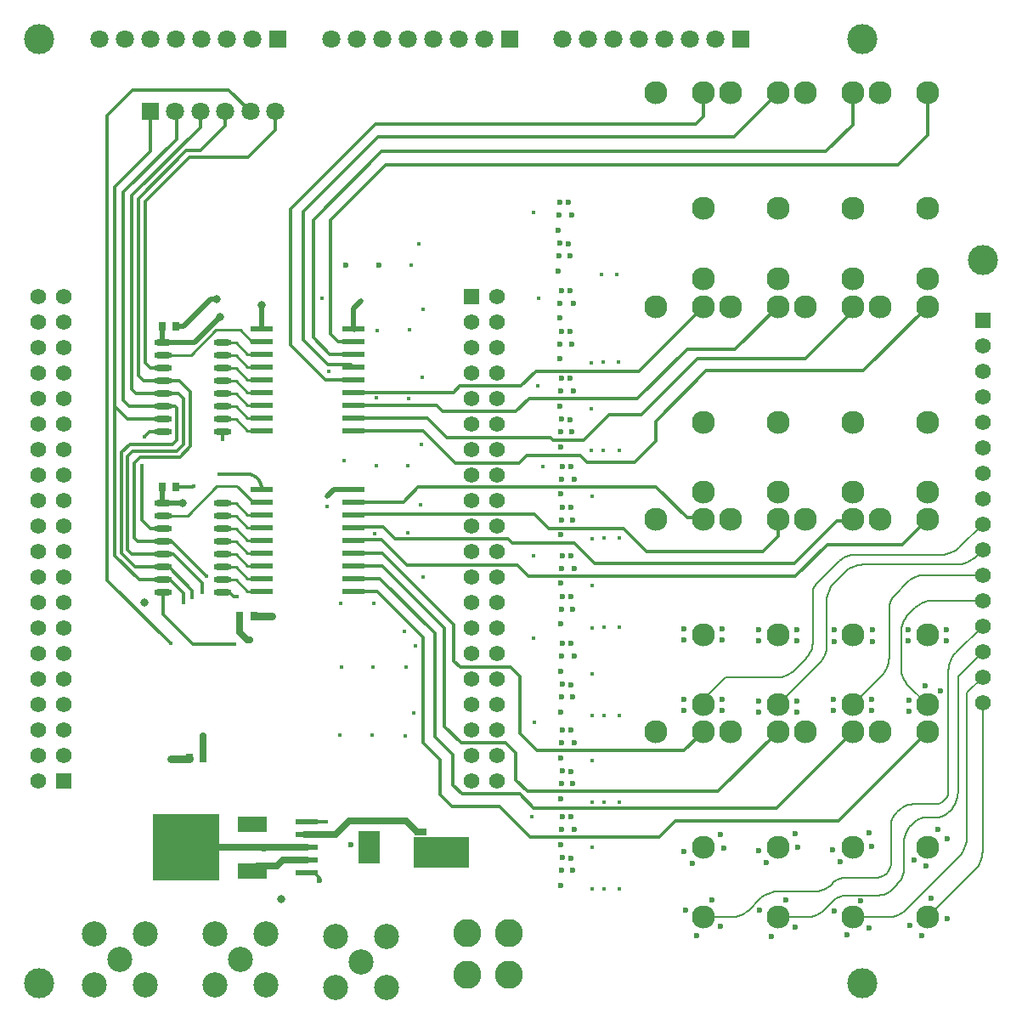
<source format=gbl>
G04*
G04 #@! TF.GenerationSoftware,Altium Limited,Altium Designer,20.0.2 (26)*
G04*
G04 Layer_Physical_Order=4*
G04 Layer_Color=16711680*
%FSLAX25Y25*%
%MOIN*%
G70*
G01*
G75*
%ADD10C,0.01000*%
%ADD18O,0.07079X0.02362*%
%ADD20R,0.03150X0.03543*%
%ADD22R,0.03150X0.03543*%
%ADD47C,0.01200*%
%ADD48C,0.00578*%
%ADD50C,0.02500*%
%ADD51C,0.03000*%
%ADD52C,0.02000*%
%ADD53C,0.09843*%
%ADD54C,0.06200*%
%ADD55R,0.06200X0.06200*%
%ADD56R,0.06200X0.06200*%
%ADD57C,0.09055*%
%ADD58C,0.11024*%
%ADD59R,0.07087X0.07087*%
%ADD60C,0.07087*%
%ADD61C,0.11811*%
%ADD62C,0.01772*%
%ADD63C,0.02362*%
%ADD64C,0.03150*%
%ADD65C,0.05000*%
%ADD67R,0.26378X0.26378*%
%ADD68R,0.11811X0.06299*%
%ADD69R,0.08500X0.02400*%
%ADD70R,0.02400X0.08500*%
%ADD71R,0.05000X0.02500*%
%ADD72R,0.09100X0.02400*%
G36*
X136919Y71228D02*
X145419D01*
Y58828D01*
X136919D01*
Y71228D01*
D02*
G37*
G36*
X180500Y68800D02*
Y57200D01*
X159017D01*
X158600Y57400D01*
Y68800D01*
X158800Y69000D01*
X180300D01*
X180500Y68800D01*
D02*
G37*
D10*
X90600Y267900D02*
X95000Y263500D01*
X81100Y267900D02*
X90600D01*
X71200Y258000D02*
X81100Y267900D01*
X60300Y258000D02*
X71200D01*
X89400Y206600D02*
X89500Y206500D01*
X81500Y206600D02*
X89400D01*
X60300Y195000D02*
X69900D01*
X81500Y206600D01*
X95000Y263500D02*
X99100D01*
X89500Y206500D02*
X89750D01*
X95750Y200500D01*
X99100D01*
X83700Y195000D02*
X89000D01*
X93500Y190500D01*
X89000Y190000D02*
X93500Y185500D01*
X83700Y190000D02*
X89000D01*
X93500Y165500D02*
X99100D01*
X89000Y170000D02*
X93500Y165500D01*
X83700Y170000D02*
X89000D01*
X93500Y170500D02*
X99100D01*
X89000Y175000D02*
X93500Y170500D01*
X83700Y175000D02*
X89000D01*
X93500Y175500D02*
X99100D01*
X89000Y180000D02*
X93500Y175500D01*
X83700Y180000D02*
X89000D01*
X93500Y180500D02*
X99100D01*
X89000Y185000D02*
X93500Y180500D01*
X83700Y185000D02*
X89000D01*
X93500Y185500D02*
X99100D01*
X93500Y190500D02*
X99100D01*
X93500Y195500D02*
X99100D01*
X89000Y200000D02*
X93500Y195500D01*
X83700Y200000D02*
X89000D01*
X93500Y228500D02*
X99100D01*
X89000Y233000D02*
X93500Y228500D01*
X83700Y233000D02*
X89000D01*
X93500Y233500D02*
X99100D01*
X89000Y238000D02*
X93500Y233500D01*
X83700Y238000D02*
X89000D01*
X83700Y243000D02*
X89000D01*
X93500Y238500D02*
X99100D01*
X89000Y243000D02*
X93500Y238500D01*
Y243500D02*
X99100D01*
X89000Y248000D02*
X93500Y243500D01*
X83700Y248000D02*
X89000D01*
X93500Y248500D02*
X99100D01*
X89000Y253000D02*
X93500Y248500D01*
X83700Y253000D02*
X89000D01*
X93500Y253500D02*
X99100D01*
X89000Y258000D02*
X93500Y253500D01*
X83700Y258000D02*
X89000D01*
X93500Y258500D02*
X99100D01*
X89000Y263000D02*
X93500Y258500D01*
X83700Y263000D02*
X89000D01*
D18*
X60300Y165000D02*
D03*
Y170000D02*
D03*
Y175000D02*
D03*
Y180000D02*
D03*
Y185000D02*
D03*
Y190000D02*
D03*
Y195000D02*
D03*
Y200000D02*
D03*
X83700Y165000D02*
D03*
Y170000D02*
D03*
Y175000D02*
D03*
Y180000D02*
D03*
Y185000D02*
D03*
Y190000D02*
D03*
Y195000D02*
D03*
Y200000D02*
D03*
X60300Y228000D02*
D03*
Y233000D02*
D03*
Y238000D02*
D03*
Y243000D02*
D03*
Y248000D02*
D03*
Y253000D02*
D03*
Y258000D02*
D03*
Y263000D02*
D03*
X83700Y228000D02*
D03*
Y233000D02*
D03*
Y238000D02*
D03*
Y243000D02*
D03*
Y248000D02*
D03*
Y253000D02*
D03*
Y258000D02*
D03*
Y263000D02*
D03*
D20*
X90444Y155700D02*
D03*
X76156Y100100D02*
D03*
X65511Y206500D02*
D03*
X65500Y269500D02*
D03*
D22*
X95956Y155700D02*
D03*
X70644Y100100D02*
D03*
X60000Y206500D02*
D03*
X59989Y269500D02*
D03*
D47*
X99100Y205500D02*
X99010Y206524D01*
X98744Y207518D01*
X98310Y208450D01*
X97720Y209293D01*
X96992Y210020D01*
X96150Y210610D01*
X95218Y211044D01*
X94225Y211310D01*
X93200Y211400D01*
X83700Y224900D02*
X83600Y225000D01*
X83700Y225100D01*
X82200Y211400D02*
X93200D01*
X83700Y225100D02*
Y228000D01*
X65561Y206450D02*
X72050D01*
X72200Y206600D01*
X38300Y169800D02*
Y352100D01*
Y169800D02*
X63200Y144900D01*
X48300Y362100D02*
X86071D01*
X38300Y352100D02*
X48300Y362100D01*
X86071D02*
X94568Y353603D01*
X104411Y346410D02*
Y353603D01*
X93700Y335700D02*
X104411Y346410D01*
X70700Y335700D02*
X93700D01*
X84725Y348025D02*
Y353603D01*
X75100Y338400D02*
X84725Y348025D01*
X69500Y338400D02*
X75100D01*
X74883Y347482D02*
Y353603D01*
X48000Y320600D02*
X74883Y347482D01*
X44800Y322100D02*
X65550Y342850D01*
X65040Y353603D02*
X65550Y353094D01*
Y342850D02*
Y353094D01*
X55190Y337989D02*
Y353597D01*
X41300Y324100D02*
X55190Y337989D01*
X87973Y163400D02*
X89500D01*
X83700Y165000D02*
X86373D01*
X87973Y163400D01*
X64400Y180000D02*
X75700Y168700D01*
Y164900D02*
Y168700D01*
X60300Y185000D02*
X63800D01*
X77400Y171400D01*
X60300Y180000D02*
X64400D01*
X71800Y163100D02*
Y165858D01*
X62658Y175000D02*
X71800Y165858D01*
X60300Y175000D02*
X62658D01*
X68300Y160900D02*
Y164673D01*
X62973Y170000D02*
X68300Y164673D01*
X60300Y170000D02*
X62973D01*
X72000Y144800D02*
X88400D01*
X60300Y156500D02*
X72000Y144800D01*
X60300Y156500D02*
Y165000D01*
X123900Y248500D02*
X134900D01*
X110300Y262100D02*
X123900Y248500D01*
X125000Y254500D02*
X133900D01*
X115300Y264200D02*
X125000Y254500D01*
X119200Y311200D02*
X145900Y337900D01*
X119200Y265100D02*
Y311200D01*
Y265100D02*
X125800Y258500D01*
X126100Y311100D02*
X147700Y332700D01*
X126100Y266500D02*
Y311100D01*
Y266500D02*
X129100Y263500D01*
X145000Y293300D02*
X145200Y293500D01*
X115300Y314400D02*
X144700Y343800D01*
X115300Y264200D02*
Y314400D01*
X110300Y315400D02*
X143700Y348800D01*
X110300Y262100D02*
Y315400D01*
X147700Y332700D02*
X348700D01*
X145900Y337900D02*
X320500D01*
X144700Y343800D02*
X284468D01*
X143700Y348800D02*
X269400D01*
X162500Y106000D02*
Y147300D01*
Y106000D02*
X169100Y99400D01*
Y85700D02*
Y99400D01*
Y85700D02*
X173600Y81200D01*
X144300Y165500D02*
X162500Y147300D01*
X221600Y184300D02*
X229600Y176300D01*
X197500Y184300D02*
X221600D01*
X195800Y186000D02*
X197500Y184300D01*
X133900Y254500D02*
X134900Y253500D01*
X129100Y263500D02*
X134900D01*
X121691Y52309D02*
X121800Y52200D01*
X121691Y52309D02*
Y53074D01*
X116686Y55028D02*
X119736D01*
X121691Y53074D01*
X116686Y75028D02*
X116722Y75064D01*
X124164D01*
X124200Y75100D01*
X83600Y164900D02*
X83700Y165000D01*
X65511Y206500D02*
X65561Y206450D01*
X55000Y228000D02*
X60300D01*
X52900Y225900D02*
X55000Y228000D01*
X52100Y193323D02*
Y214600D01*
Y193323D02*
X55423Y190000D01*
X60300D01*
Y248000D02*
X66700D01*
X71100Y243600D01*
X67000Y218200D02*
X71100Y222300D01*
Y243600D01*
X51300Y218200D02*
X67000D01*
X48900Y215800D02*
X51300Y218200D01*
X48900Y186500D02*
Y215800D01*
Y186500D02*
X50400Y185000D01*
X60300D01*
X68500Y223200D02*
Y240897D01*
X60300Y243000D02*
X66397D01*
X68500Y240897D01*
X65800Y220500D02*
X68500Y223200D01*
X48500Y220500D02*
X65800D01*
X46500Y218500D02*
X48500Y220500D01*
X46500Y181600D02*
Y218500D01*
Y181600D02*
X48100Y180000D01*
X60300D01*
X65800Y224700D02*
Y237297D01*
X60300Y238000D02*
X65097D01*
X65800Y237297D01*
X64100Y223000D02*
X65800Y224700D01*
X47200Y223000D02*
X64100D01*
X44100Y219900D02*
X47200Y223000D01*
X44100Y180400D02*
Y219900D01*
X41300Y179500D02*
Y238200D01*
X44100Y180400D02*
X49500Y175000D01*
X60300D01*
X41300Y179500D02*
X50900Y169900D01*
X60200D01*
X60300Y170000D01*
X53500Y318500D02*
X70700Y335700D01*
X53500Y254900D02*
Y318500D01*
Y254900D02*
X55400Y253000D01*
X60300D01*
X50600Y250200D02*
Y319500D01*
Y250200D02*
X52800Y248000D01*
X50600Y319500D02*
X69500Y338400D01*
X52800Y248000D02*
X60300D01*
X48000Y244800D02*
Y320600D01*
X49800Y243000D02*
X60300D01*
X48000Y244800D02*
X49800Y243000D01*
X44800Y240300D02*
Y322100D01*
Y240300D02*
X47100Y238000D01*
X60300D01*
X46500Y233000D02*
X60300D01*
X41300Y238200D02*
X46500Y233000D01*
X41300Y238200D02*
Y324100D01*
X269400Y348800D02*
X272403Y351803D01*
X272250Y360915D02*
X272403Y360762D01*
Y351803D02*
Y360762D01*
X284468Y343800D02*
X301583Y360915D01*
X320500Y337900D02*
X330917Y348317D01*
Y360915D01*
X360250Y344250D02*
Y360915D01*
X125800Y258500D02*
X134900D01*
X348700Y332700D02*
X360250Y344250D01*
X335012Y251900D02*
X360250Y277138D01*
X273400Y251900D02*
X335012D01*
X253700Y232200D02*
X273400Y251900D01*
X245300Y215900D02*
X253700Y224300D01*
Y232200D01*
X223900Y218600D02*
X226600Y215900D01*
X245300D01*
X175100Y215600D02*
X200100D01*
X203100Y218600D01*
X223900D01*
X162200Y228500D02*
X175100Y215600D01*
X134900Y228500D02*
X162200D01*
X330917Y275417D02*
Y277138D01*
X312200Y256700D02*
X330917Y275417D01*
X269900Y256700D02*
X312200D01*
X248000Y234800D02*
X269900Y256700D01*
X225200Y224700D02*
X235300Y234800D01*
X248000D01*
X213500Y224700D02*
X225200D01*
X212400Y225800D02*
X213500Y224700D01*
X171800Y225800D02*
X212400D01*
X164100Y233500D02*
X171800Y225800D01*
X134900Y233500D02*
X164100D01*
X284845Y260400D02*
X301583Y277138D01*
X265900Y260400D02*
X284845D01*
X246500Y241000D02*
X265900Y260400D01*
X203900Y241000D02*
X246500D01*
X198800Y235900D02*
X203900Y241000D01*
X170125Y235900D02*
X198800D01*
X134900Y238500D02*
X167525D01*
X170125Y235900D01*
X246965Y251853D02*
X272250Y277138D01*
X206753Y251853D02*
X246965D01*
X200800Y245900D02*
X206753Y251853D01*
X176800Y245900D02*
X200800D01*
X174400Y243500D02*
X176800Y245900D01*
X134900Y243500D02*
X174400D01*
X134900Y200500D02*
X154600D01*
X208700Y206400D02*
X208800Y206500D01*
X160500Y206400D02*
X208700D01*
X154600Y200500D02*
X160500Y206400D01*
X208800Y206500D02*
X253800D01*
X265922Y194378D01*
X271649D02*
X272250Y193777D01*
X265922Y194378D02*
X271649D01*
X240900Y190100D02*
X250000Y181000D01*
X211700Y190100D02*
X240900D01*
X250000Y181000D02*
X295600D01*
X301583Y186983D02*
Y193777D01*
X295600Y181000D02*
X301583Y186983D01*
X134900Y195500D02*
X135100Y195700D01*
X206100D01*
X211700Y190100D01*
X301207Y193400D02*
X301583Y193777D01*
X134900Y190500D02*
X135100Y190700D01*
X146600D01*
X151300Y186000D01*
X195800D01*
X229600Y176300D02*
X308000D01*
X324589Y192889D01*
X330029D02*
X330917Y193777D01*
X324589Y192889D02*
X330029D01*
X134900Y185500D02*
X135000Y185600D01*
X146100D01*
X156000Y175700D02*
X199400D01*
X146100Y185600D02*
X156000Y175700D01*
X199400D02*
X203800Y171300D01*
X308400D01*
X320900Y183800D01*
X350273D01*
X360250Y193777D01*
X134900Y165500D02*
X144300D01*
X192200Y81200D02*
X204200Y69200D01*
X173600Y81200D02*
X192200D01*
X204200Y69200D02*
X255000D01*
X261200Y75400D01*
X325235D01*
X360250Y110415D01*
X134900Y170500D02*
X145400D01*
X167000Y148900D01*
Y108500D02*
X174100Y101400D01*
X167000Y108500D02*
Y148900D01*
X174100Y89500D02*
Y101400D01*
Y89500D02*
X177700Y85900D01*
X200300D02*
X205800Y80400D01*
X177700Y85900D02*
X200300D01*
X205800Y80400D02*
X300902D01*
X330917Y110415D01*
X134900Y175500D02*
X146400D01*
X170800Y151100D01*
Y112400D02*
X177300Y105900D01*
X170800Y112400D02*
Y151100D01*
X194700Y105900D02*
X198700Y101900D01*
X177300Y105900D02*
X194700D01*
X198700Y91500D02*
Y101900D01*
Y91500D02*
X203300Y86900D01*
X278068D01*
X301583Y110415D01*
X176900Y135800D02*
X196700D01*
X174500Y138200D02*
X176900Y135800D01*
X174500Y138200D02*
Y152300D01*
X196700Y135800D02*
X200400Y132100D01*
X134900Y180500D02*
X135000Y180400D01*
X146400D01*
X174500Y152300D01*
X200400Y109700D02*
Y132100D01*
Y109700D02*
X207100Y103000D01*
X264835D01*
X272250Y110415D01*
D48*
X371429Y141390D02*
X370770Y140662D01*
X370185Y139874D01*
X369681Y139032D01*
X369261Y138145D01*
X368931Y137221D01*
X368692Y136269D01*
X368548Y135299D01*
X368500Y134318D01*
X363662Y82000D02*
X364810Y82151D01*
X365881Y82595D01*
X366800Y83300D01*
X367391Y83993D01*
X367867Y84769D01*
X368216Y85611D01*
X368428Y86496D01*
X368500Y87404D01*
X355542Y82000D02*
X354562Y81952D01*
X353591Y81808D01*
X352639Y81569D01*
X351715Y81239D01*
X350828Y80819D01*
X349986Y80315D01*
X349198Y79730D01*
X348471Y79071D01*
X347900Y78500D02*
X347239Y77726D01*
X346707Y76858D01*
X346318Y75918D01*
X346080Y74928D01*
X346000Y73913D01*
X344200Y54800D02*
X344826Y55533D01*
X345330Y56356D01*
X345699Y57247D01*
X345924Y58184D01*
X346000Y59146D01*
X339613Y52900D02*
X340628Y52980D01*
X341618Y53218D01*
X342558Y53607D01*
X343426Y54139D01*
X344200Y54800D01*
X323501Y51401D02*
X323500Y51400D01*
X327121Y52900D02*
X326122Y52802D01*
X325162Y52510D01*
X324277Y52037D01*
X323501Y51401D01*
X315558Y47600D02*
X316538Y47648D01*
X317509Y47792D01*
X318461Y48031D01*
X319385Y48361D01*
X320272Y48781D01*
X321114Y49285D01*
X321902Y49870D01*
X322629Y50529D01*
X301442Y47600D02*
X300462Y47552D01*
X299491Y47408D01*
X298539Y47169D01*
X297615Y46839D01*
X296728Y46419D01*
X295886Y45915D01*
X295098Y45330D01*
X294371Y44671D01*
X283143Y37585D02*
X284123Y37633D01*
X285094Y37777D01*
X286046Y38016D01*
X286970Y38346D01*
X287857Y38766D01*
X288699Y39270D01*
X289487Y39855D01*
X290214Y40514D01*
X372878Y132838D02*
X372376Y132086D01*
X372200Y131200D01*
X369271Y79471D02*
X369930Y80198D01*
X370515Y80986D01*
X371019Y81828D01*
X371439Y82715D01*
X371769Y83639D01*
X372008Y84591D01*
X372152Y85562D01*
X372200Y86542D01*
X363500Y76600D02*
X364595Y76686D01*
X365664Y76943D01*
X366679Y77363D01*
X367615Y77937D01*
X368451Y78651D01*
X355201Y75101D02*
X355200Y75100D01*
X358821Y76600D02*
X357822Y76502D01*
X356862Y76210D01*
X355977Y75737D01*
X355201Y75101D01*
X353858Y73758D02*
X353154Y72970D01*
X352543Y72109D01*
X352032Y71185D01*
X351628Y70210D01*
X351336Y69195D01*
X351159Y68154D01*
X351100Y67100D01*
X348171Y50171D02*
X348830Y50898D01*
X349415Y51686D01*
X349919Y52528D01*
X350339Y53415D01*
X350669Y54339D01*
X350908Y55291D01*
X351052Y56262D01*
X351100Y57242D01*
X340947Y46200D02*
X341972Y46267D01*
X342980Y46468D01*
X343952Y46798D01*
X344874Y47252D01*
X345728Y47823D01*
X346500Y48500D01*
X329035Y46200D02*
X328080Y46146D01*
X327136Y45986D01*
X326216Y45721D01*
X325332Y45355D01*
X324494Y44892D01*
X323714Y44338D01*
X323000Y43700D01*
X312743Y37585D02*
X313723Y37633D01*
X314694Y37777D01*
X315646Y38016D01*
X316570Y38346D01*
X317457Y38766D01*
X318299Y39270D01*
X319087Y39855D01*
X319814Y40514D01*
X375854Y125815D02*
X375600Y125200D01*
X372671Y61371D02*
X373330Y62098D01*
X373915Y62886D01*
X374419Y63728D01*
X374839Y64615D01*
X375169Y65539D01*
X375408Y66491D01*
X375552Y67462D01*
X375600Y68442D01*
X344743Y37585D02*
X345723Y37633D01*
X346694Y37777D01*
X347646Y38016D01*
X348570Y38346D01*
X349457Y38766D01*
X350299Y39270D01*
X351087Y39855D01*
X351814Y40514D01*
X378961Y56296D02*
X379620Y57023D01*
X380205Y57811D01*
X380709Y58653D01*
X381129Y59540D01*
X381459Y60464D01*
X381698Y61416D01*
X381842Y62387D01*
X381890Y63367D01*
X365697Y179800D02*
X366677Y179848D01*
X367648Y179992D01*
X368600Y180231D01*
X369524Y180561D01*
X370411Y180981D01*
X371253Y181485D01*
X372041Y182070D01*
X372768Y182729D01*
X332142Y179800D02*
X331162Y179752D01*
X330191Y179608D01*
X329239Y179369D01*
X328315Y179039D01*
X327428Y178619D01*
X326586Y178115D01*
X325798Y177530D01*
X325071Y176871D01*
X316600Y168400D02*
X315895Y167481D01*
X315451Y166410D01*
X315300Y165261D01*
X312371Y138871D02*
X313030Y139598D01*
X313615Y140386D01*
X314119Y141228D01*
X314539Y142115D01*
X314869Y143039D01*
X315108Y143991D01*
X315252Y144962D01*
X315300Y145942D01*
X300958Y131600D02*
X301938Y131648D01*
X302909Y131792D01*
X303861Y132031D01*
X304785Y132361D01*
X305672Y132781D01*
X306514Y133285D01*
X307302Y133870D01*
X308029Y134529D01*
X273667Y124367D02*
X273065Y123634D01*
X272618Y122798D01*
X272343Y121890D01*
X272250Y120947D01*
X371797Y175900D02*
X372777Y175948D01*
X373748Y176092D01*
X374700Y176331D01*
X375624Y176661D01*
X376511Y177081D01*
X377353Y177585D01*
X378141Y178170D01*
X378868Y178829D01*
X335042Y175900D02*
X334062Y175852D01*
X333091Y175708D01*
X332139Y175469D01*
X331215Y175139D01*
X330328Y174719D01*
X329486Y174215D01*
X328698Y173630D01*
X327971Y172971D01*
X323729Y168729D02*
X323070Y168002D01*
X322485Y167214D01*
X321981Y166372D01*
X321561Y165485D01*
X321231Y164561D01*
X320992Y163609D01*
X320848Y162638D01*
X320800Y161658D01*
X317871Y137234D02*
X318530Y137961D01*
X319115Y138750D01*
X319619Y139592D01*
X320039Y140479D01*
X320369Y141403D01*
X320608Y142355D01*
X320752Y143325D01*
X320800Y144306D01*
X359392Y171850D02*
X358412Y171802D01*
X357442Y171658D01*
X356490Y171420D01*
X355566Y171089D01*
X354679Y170670D01*
X353837Y170165D01*
X353049Y169580D01*
X352322Y168921D01*
X347249Y163849D02*
X346536Y163014D01*
X345963Y162078D01*
X345543Y161063D01*
X345286Y159995D01*
X345200Y158900D01*
X342271Y132301D02*
X342930Y133028D01*
X343515Y133816D01*
X344019Y134658D01*
X344439Y135545D01*
X344769Y136469D01*
X345008Y137421D01*
X345152Y138392D01*
X345200Y139372D01*
X362381Y161850D02*
X361428Y161803D01*
X360483Y161663D01*
X359557Y161432D01*
X358658Y161110D01*
X357795Y160702D01*
X356976Y160211D01*
X356208Y159642D01*
X355501Y159001D01*
X352829Y156329D02*
X352170Y155602D01*
X351585Y154814D01*
X351081Y153972D01*
X350661Y153085D01*
X350331Y152161D01*
X350092Y151209D01*
X349948Y150238D01*
X349900Y149258D01*
Y135439D02*
X349948Y134459D01*
X350092Y133488D01*
X350331Y132536D01*
X350661Y131612D01*
X351081Y130725D01*
X351585Y129883D01*
X352170Y129095D01*
X352829Y128368D01*
X371429Y141390D02*
X381890Y151850D01*
X368500Y87404D02*
Y134318D01*
X355542Y82000D02*
X363662D01*
X347900Y78500D02*
X348471Y79071D01*
X327121Y52900D02*
X339613D01*
X323500Y51400D02*
X323501Y51401D01*
X322629Y50529D02*
X323500Y51400D01*
X301442Y47600D02*
X315558D01*
X290214Y40514D02*
X294371Y44671D01*
X272250Y37585D02*
X283143D01*
X346000Y59146D02*
Y73913D01*
X372878Y132838D02*
X381890Y141850D01*
X372878Y132838D02*
X372878Y132838D01*
X372200Y86542D02*
Y131200D01*
X368451Y78651D02*
X369271Y79471D01*
X358821Y76600D02*
X363500D01*
X355200Y75100D02*
X355201Y75101D01*
X353858Y73758D02*
X355200Y75100D01*
X351100Y57242D02*
Y67100D01*
X346500Y48500D02*
X348171Y50171D01*
X329035Y46200D02*
X340947D01*
X319814Y40514D02*
X323000Y43700D01*
X301583Y37585D02*
X312743D01*
X375854Y125815D02*
X381890Y131850D01*
X375600Y68442D02*
Y125200D01*
X351814Y40514D02*
X372671Y61371D01*
X330917Y37585D02*
X344743D01*
X360250D02*
X378961Y56296D01*
X381890Y63367D02*
Y121850D01*
X372768Y182729D02*
X381890Y191850D01*
X332142Y179800D02*
X365697D01*
X316600Y168400D02*
X325071Y176871D01*
X315300Y145942D02*
Y165261D01*
X308029Y134529D02*
X312371Y138871D01*
X280900Y131600D02*
X300958D01*
X273667Y124367D02*
X280900Y131600D01*
X378868Y178829D02*
X381890Y181850D01*
X335042Y175900D02*
X371797D01*
X323729Y168729D02*
X327971Y172971D01*
X320800Y144306D02*
Y161658D01*
X301583Y120947D02*
X317871Y137234D01*
X359392Y171850D02*
X381890D01*
X347249Y163849D02*
X352322Y168921D01*
X347249Y163849D02*
X347249Y163849D01*
X345200Y139372D02*
Y158900D01*
X330917Y120947D02*
X342271Y132301D01*
X362381Y161850D02*
X381890D01*
X352829Y156329D02*
X355501Y159001D01*
X349900Y135439D02*
Y149258D01*
X352829Y128368D02*
X360250Y120947D01*
D50*
X76100Y108700D02*
X76156Y108644D01*
Y100100D02*
Y108644D01*
X93300Y146400D02*
X94500D01*
X90444Y149256D02*
X93300Y146400D01*
X90444Y149256D02*
Y155700D01*
X69328Y65028D02*
X116686D01*
Y70028D02*
X123928D01*
X115900D02*
X116686D01*
X133500Y75500D02*
X155650D01*
X128028Y70028D02*
X133500Y75500D01*
X123928Y70028D02*
X128028D01*
X159950Y71200D02*
X161200D01*
X155650Y75500D02*
X159950Y71200D01*
X107228Y60028D02*
X116686D01*
X104945Y57744D02*
X107228Y60028D01*
X95381Y55845D02*
X97281Y57744D01*
X104945D01*
X69200Y64900D02*
X69328Y65028D01*
D51*
X70644Y99903D02*
Y100100D01*
X70569Y99828D02*
X70644Y99903D01*
X70372Y99828D02*
X70569D01*
X70344Y99800D02*
X70372Y99828D01*
X63200Y99800D02*
X70344D01*
X95956Y155700D02*
X102800D01*
X102900Y155800D01*
D52*
X134900Y276400D02*
X137900Y279400D01*
X134900Y268500D02*
Y276400D01*
X127500Y205500D02*
X134900D01*
X124600Y202600D02*
X127500Y205500D01*
X99100Y268500D02*
Y277800D01*
X134900Y268500D02*
X135200Y268200D01*
X68300Y269500D02*
X78900Y280100D01*
X81500D01*
X65500Y269500D02*
X68300D01*
X60300Y263000D02*
X72600D01*
X82700Y273100D01*
X60300Y200000D02*
X68000D01*
X60167D02*
X60300D01*
X60000Y200167D02*
X60167Y200000D01*
X60000Y200167D02*
Y206500D01*
X60144Y263156D02*
X60300Y263000D01*
X60144Y263156D02*
Y269344D01*
X59989Y269500D02*
X60144Y269344D01*
D53*
X43500Y21200D02*
D03*
X33500Y31200D02*
D03*
X53500D02*
D03*
Y11200D02*
D03*
X33500D02*
D03*
X137900Y20200D02*
D03*
X127900Y30200D02*
D03*
X147900D02*
D03*
Y10200D02*
D03*
X127900D02*
D03*
X90700Y21200D02*
D03*
X80700Y31200D02*
D03*
X100700D02*
D03*
Y11200D02*
D03*
X80700D02*
D03*
D54*
X381890Y121850D02*
D03*
Y131850D02*
D03*
Y141850D02*
D03*
Y151850D02*
D03*
Y161850D02*
D03*
Y171850D02*
D03*
Y181850D02*
D03*
Y191850D02*
D03*
Y201850D02*
D03*
Y211850D02*
D03*
Y221850D02*
D03*
Y231850D02*
D03*
Y241850D02*
D03*
Y251850D02*
D03*
Y261850D02*
D03*
X11500Y91000D02*
D03*
X21500Y101000D02*
D03*
X11500D02*
D03*
X21500Y111000D02*
D03*
X11500D02*
D03*
X21500Y121000D02*
D03*
X11500D02*
D03*
X21500Y131000D02*
D03*
X11500D02*
D03*
X21500Y141000D02*
D03*
X11500D02*
D03*
X21500Y151000D02*
D03*
X11500D02*
D03*
X21500Y161000D02*
D03*
X11500D02*
D03*
X21500Y171000D02*
D03*
X11500D02*
D03*
X21500Y181000D02*
D03*
X11500D02*
D03*
X21500Y191000D02*
D03*
X11500D02*
D03*
X21500Y201000D02*
D03*
X11500D02*
D03*
X21500Y211000D02*
D03*
X11500D02*
D03*
X21500Y221000D02*
D03*
X11500D02*
D03*
X21500Y231000D02*
D03*
X11500D02*
D03*
X21500Y241000D02*
D03*
X11500D02*
D03*
X21500Y251000D02*
D03*
X11500D02*
D03*
X21500Y261000D02*
D03*
X11500D02*
D03*
X21500Y271000D02*
D03*
X11500D02*
D03*
X21500Y281000D02*
D03*
X11500D02*
D03*
X191500D02*
D03*
X181500Y271000D02*
D03*
X191500D02*
D03*
X181500Y261000D02*
D03*
X191500D02*
D03*
X181500Y251000D02*
D03*
X191500D02*
D03*
X181500Y241000D02*
D03*
X191500D02*
D03*
X181500Y231000D02*
D03*
X191500D02*
D03*
X181500Y221000D02*
D03*
X191500D02*
D03*
X181500Y211000D02*
D03*
X191500D02*
D03*
X181500Y201000D02*
D03*
X191500D02*
D03*
X181500Y191000D02*
D03*
X191500D02*
D03*
X181500Y181000D02*
D03*
X191500D02*
D03*
X181500Y171000D02*
D03*
X191500D02*
D03*
X181500Y161000D02*
D03*
X191500D02*
D03*
X181500Y151000D02*
D03*
X191500D02*
D03*
X181500Y141000D02*
D03*
X191500D02*
D03*
X181500Y131000D02*
D03*
X191500D02*
D03*
X181500Y121000D02*
D03*
X191500D02*
D03*
X181500Y111000D02*
D03*
X191500D02*
D03*
X181500Y101000D02*
D03*
X191500D02*
D03*
X181500Y91000D02*
D03*
X191500D02*
D03*
D55*
X381890Y271850D02*
D03*
D56*
X21500Y91000D02*
D03*
X181500Y281000D02*
D03*
D57*
X272250Y110415D02*
D03*
Y37585D02*
D03*
Y65135D02*
D03*
X253750Y110415D02*
D03*
X301583D02*
D03*
Y37585D02*
D03*
Y65135D02*
D03*
X283083Y110415D02*
D03*
X330917D02*
D03*
Y37585D02*
D03*
Y65135D02*
D03*
X312417Y110415D02*
D03*
X360250D02*
D03*
Y37585D02*
D03*
Y65135D02*
D03*
X341750Y110415D02*
D03*
X272250Y193777D02*
D03*
Y120947D02*
D03*
Y148497D02*
D03*
X253750Y193777D02*
D03*
X301583D02*
D03*
Y120947D02*
D03*
Y148497D02*
D03*
X283083Y193777D02*
D03*
X330917D02*
D03*
Y120947D02*
D03*
Y148497D02*
D03*
X312417Y193777D02*
D03*
X360250D02*
D03*
Y120947D02*
D03*
Y148497D02*
D03*
X341750Y193777D02*
D03*
X272250Y277138D02*
D03*
Y204308D02*
D03*
Y231858D02*
D03*
X253750Y277138D02*
D03*
X301583D02*
D03*
Y204308D02*
D03*
Y231858D02*
D03*
X283083Y277138D02*
D03*
X330917D02*
D03*
Y204308D02*
D03*
Y231858D02*
D03*
X312417Y277138D02*
D03*
X360250D02*
D03*
Y204308D02*
D03*
Y231858D02*
D03*
X341750Y277138D02*
D03*
X272250Y360915D02*
D03*
Y288085D02*
D03*
Y315635D02*
D03*
X253750Y360915D02*
D03*
X301583D02*
D03*
Y288085D02*
D03*
Y315635D02*
D03*
X283083Y360915D02*
D03*
X330917D02*
D03*
Y288085D02*
D03*
Y315635D02*
D03*
X312417Y360915D02*
D03*
X360250D02*
D03*
Y288085D02*
D03*
Y315635D02*
D03*
X341750Y360915D02*
D03*
D58*
X196070Y14930D02*
D03*
Y31470D02*
D03*
X179530Y14930D02*
D03*
Y31470D02*
D03*
D59*
X55190Y353597D02*
D03*
X105500Y382000D02*
D03*
X196250D02*
D03*
X287000D02*
D03*
D60*
X65040Y353603D02*
D03*
X74883D02*
D03*
X84725D02*
D03*
X94568D02*
D03*
X104411D02*
D03*
X35500Y382000D02*
D03*
X45500D02*
D03*
X55500D02*
D03*
X65500D02*
D03*
X75500D02*
D03*
X85500D02*
D03*
X95500D02*
D03*
X126250D02*
D03*
X136250D02*
D03*
X146250D02*
D03*
X156250D02*
D03*
X166250D02*
D03*
X176250D02*
D03*
X186250D02*
D03*
X217000D02*
D03*
X227000D02*
D03*
X237000D02*
D03*
X247000D02*
D03*
X257000D02*
D03*
X267000D02*
D03*
X277000D02*
D03*
D61*
X381890Y295276D02*
D03*
X334646Y381890D02*
D03*
Y11811D02*
D03*
X11811D02*
D03*
Y381890D02*
D03*
D62*
X82200Y211400D02*
D03*
X83700Y224900D02*
D03*
X72200Y206600D02*
D03*
X155000Y149700D02*
D03*
X89500Y163400D02*
D03*
X77400Y171400D02*
D03*
X75700Y164900D02*
D03*
X71800Y163100D02*
D03*
X68300Y160900D02*
D03*
X88400Y144800D02*
D03*
X63200Y144900D02*
D03*
X131300Y216600D02*
D03*
X137900Y279400D02*
D03*
X124600Y202600D02*
D03*
X129600Y109100D02*
D03*
X142300Y109200D02*
D03*
X155500Y108800D02*
D03*
X155700Y135800D02*
D03*
X142800Y135700D02*
D03*
X130200Y135800D02*
D03*
X143000Y160700D02*
D03*
X130100D02*
D03*
X143500Y188200D02*
D03*
X124600Y198700D02*
D03*
X143900Y214700D02*
D03*
X156200Y188400D02*
D03*
X156500Y214665D02*
D03*
X156600Y241100D02*
D03*
X157000Y267900D02*
D03*
X157600Y293300D02*
D03*
X125200Y251700D02*
D03*
X144100Y241300D02*
D03*
X122800Y280400D02*
D03*
X144366Y267866D02*
D03*
X158800Y117700D02*
D03*
X204900Y77000D02*
D03*
X159200Y144200D02*
D03*
X206000Y114100D02*
D03*
X162200Y171000D02*
D03*
X205700Y146900D02*
D03*
X205600Y179400D02*
D03*
X161200Y199300D02*
D03*
X161800Y223000D02*
D03*
X209500Y214300D02*
D03*
X207500Y246100D02*
D03*
X162100Y249500D02*
D03*
X207600Y280400D02*
D03*
X162234Y276134D02*
D03*
X205800Y314100D02*
D03*
X160568Y301568D02*
D03*
X124200Y75100D02*
D03*
X233489Y48811D02*
D03*
X239500Y48800D02*
D03*
X228700Y48600D02*
D03*
X52900Y225900D02*
D03*
X52100Y214600D02*
D03*
X232989Y255311D02*
D03*
X239000Y255300D02*
D03*
X228200Y255100D02*
D03*
X233189Y220811D02*
D03*
X239200Y220800D02*
D03*
X228400Y237100D02*
D03*
Y220600D02*
D03*
X233489Y186311D02*
D03*
X239500Y186300D02*
D03*
X228700Y202600D02*
D03*
Y186100D02*
D03*
X233489Y151311D02*
D03*
X239500Y151300D02*
D03*
X228700Y167600D02*
D03*
Y151100D02*
D03*
Y65100D02*
D03*
X233489Y82811D02*
D03*
X239500Y82800D02*
D03*
X228700Y99100D02*
D03*
Y82600D02*
D03*
X233489Y116811D02*
D03*
X239500Y116800D02*
D03*
X228700Y133100D02*
D03*
Y116600D02*
D03*
X232489Y289811D02*
D03*
X238500Y289800D02*
D03*
D63*
X76100Y108700D02*
D03*
X102900Y155800D02*
D03*
X63200Y99800D02*
D03*
X94500Y146400D02*
D03*
X145000Y293300D02*
D03*
X132134Y293266D02*
D03*
X215953Y272547D02*
D03*
X220600Y262400D02*
D03*
X216600Y267400D02*
D03*
X129428Y71428D02*
D03*
X123928Y70028D02*
D03*
X121800Y52200D02*
D03*
X60600Y65700D02*
D03*
X60800Y60300D02*
D03*
Y55800D02*
D03*
X69900Y59900D02*
D03*
X69700Y69300D02*
D03*
Y73700D02*
D03*
X69800Y55900D02*
D03*
X138800Y61400D02*
D03*
X143500D02*
D03*
X133900Y65900D02*
D03*
X140600Y65800D02*
D03*
X100000Y64400D02*
D03*
X361700Y45200D02*
D03*
X368100Y37000D02*
D03*
X357900Y30500D02*
D03*
X353200Y34500D02*
D03*
X337500Y33400D02*
D03*
X334100Y44000D02*
D03*
X323800Y39900D02*
D03*
X328600Y30600D02*
D03*
X308200Y33800D02*
D03*
X304800Y44400D02*
D03*
X294500Y40300D02*
D03*
X299000Y30200D02*
D03*
X269800Y30300D02*
D03*
X265300Y40400D02*
D03*
X275600Y44500D02*
D03*
X279000Y33900D02*
D03*
X359600Y57700D02*
D03*
X354900Y60000D02*
D03*
X364500Y72200D02*
D03*
X368100Y68300D02*
D03*
X338400Y65500D02*
D03*
X337300Y70700D02*
D03*
X323000Y64100D02*
D03*
X326100Y59400D02*
D03*
X309400Y65100D02*
D03*
X308300Y70300D02*
D03*
X294000Y63700D02*
D03*
X297100Y59000D02*
D03*
X267900Y58600D02*
D03*
X264800Y63300D02*
D03*
X279100Y69900D02*
D03*
X280200Y64700D02*
D03*
X365400Y126400D02*
D03*
X359500Y128300D02*
D03*
X353100Y118300D02*
D03*
Y122800D02*
D03*
X352700Y146000D02*
D03*
Y150500D02*
D03*
X367700D02*
D03*
Y146000D02*
D03*
X323500Y118600D02*
D03*
Y123100D02*
D03*
X338500D02*
D03*
Y118600D02*
D03*
X323600Y145800D02*
D03*
Y150300D02*
D03*
X338600D02*
D03*
Y145800D02*
D03*
X294100Y118000D02*
D03*
Y122500D02*
D03*
X309100D02*
D03*
Y118000D02*
D03*
X293900Y145900D02*
D03*
Y150400D02*
D03*
X308900D02*
D03*
Y145900D02*
D03*
X264700Y118700D02*
D03*
Y123200D02*
D03*
X279700D02*
D03*
Y118700D02*
D03*
Y146300D02*
D03*
Y150800D02*
D03*
X264700D02*
D03*
Y146300D02*
D03*
X221100Y158400D02*
D03*
X220400Y163300D02*
D03*
X216000Y256600D02*
D03*
X216600Y283500D02*
D03*
X219915D02*
D03*
X219900Y267300D02*
D03*
X221200Y278500D02*
D03*
X216100D02*
D03*
Y262500D02*
D03*
X216200Y222100D02*
D03*
X216800Y249000D02*
D03*
X220115D02*
D03*
X216800Y232900D02*
D03*
X220100Y232800D02*
D03*
X221400Y244000D02*
D03*
X216153Y238047D02*
D03*
X216300Y244000D02*
D03*
X220800Y227900D02*
D03*
X216300Y228000D02*
D03*
X216500Y187600D02*
D03*
X217100Y214500D02*
D03*
X220415D02*
D03*
X217100Y198400D02*
D03*
X220400Y198300D02*
D03*
X221700Y209500D02*
D03*
X216453Y203547D02*
D03*
X216600Y209500D02*
D03*
X221100Y193400D02*
D03*
X216600Y193500D02*
D03*
X216500Y152600D02*
D03*
X217100Y179500D02*
D03*
X220415D02*
D03*
X217100Y163400D02*
D03*
X221700Y174500D02*
D03*
X216453Y168547D02*
D03*
X216600Y174500D02*
D03*
Y158500D02*
D03*
X216500Y50100D02*
D03*
X217100Y77000D02*
D03*
X220415D02*
D03*
X217100Y60900D02*
D03*
X220400Y60800D02*
D03*
X221700Y72000D02*
D03*
X216453Y66047D02*
D03*
X216600Y72000D02*
D03*
X221100Y55900D02*
D03*
X216600Y56000D02*
D03*
X216500Y84100D02*
D03*
X217100Y111000D02*
D03*
X220415D02*
D03*
X217100Y94900D02*
D03*
X220400Y94800D02*
D03*
X221700Y106000D02*
D03*
X216453Y100047D02*
D03*
X216600Y106000D02*
D03*
X221100Y89900D02*
D03*
X216600Y90000D02*
D03*
X216500Y118100D02*
D03*
X217100Y145000D02*
D03*
X220415D02*
D03*
X217100Y128900D02*
D03*
X220400Y128800D02*
D03*
X221700Y140000D02*
D03*
X216453Y134047D02*
D03*
X216600Y140000D02*
D03*
X221100Y123900D02*
D03*
X216600Y124000D02*
D03*
X220700Y313000D02*
D03*
X215500Y291100D02*
D03*
X220100Y296900D02*
D03*
X215453Y307047D02*
D03*
X215600Y313000D02*
D03*
X219400Y301800D02*
D03*
X216100Y318000D02*
D03*
X219415D02*
D03*
X216100Y301900D02*
D03*
X215600Y297000D02*
D03*
D64*
X53000Y161100D02*
D03*
X175322Y62600D02*
D03*
X171000Y62800D02*
D03*
X99100Y277800D02*
D03*
X95900Y73800D02*
D03*
X81500Y280100D02*
D03*
X106600Y44800D02*
D03*
X74600Y73900D02*
D03*
X75400Y55700D02*
D03*
X91200D02*
D03*
X91800Y73800D02*
D03*
X82700Y273100D02*
D03*
X68000Y200000D02*
D03*
D65*
X95450Y73955D02*
X96100Y74605D01*
X95381Y73955D02*
X95450D01*
D67*
X69200Y64900D02*
D03*
D68*
X95381Y55845D02*
D03*
Y73955D02*
D03*
D69*
X116686Y75028D02*
D03*
Y70028D02*
D03*
Y65028D02*
D03*
Y60028D02*
D03*
Y55028D02*
D03*
D70*
X140900Y65100D02*
D03*
D71*
X161200Y67600D02*
D03*
Y71200D02*
D03*
D72*
X99100Y165500D02*
D03*
Y170500D02*
D03*
Y175500D02*
D03*
Y180500D02*
D03*
Y185500D02*
D03*
Y190500D02*
D03*
Y195500D02*
D03*
Y200500D02*
D03*
Y205500D02*
D03*
X134900Y165500D02*
D03*
Y170500D02*
D03*
Y175500D02*
D03*
Y180500D02*
D03*
Y185500D02*
D03*
Y190500D02*
D03*
Y195500D02*
D03*
Y200500D02*
D03*
Y205500D02*
D03*
X99100Y228500D02*
D03*
Y233500D02*
D03*
Y238500D02*
D03*
Y243500D02*
D03*
Y248500D02*
D03*
Y253500D02*
D03*
Y258500D02*
D03*
Y263500D02*
D03*
Y268500D02*
D03*
X134900Y228500D02*
D03*
Y233500D02*
D03*
Y238500D02*
D03*
Y243500D02*
D03*
Y248500D02*
D03*
Y253500D02*
D03*
Y258500D02*
D03*
Y263500D02*
D03*
Y268500D02*
D03*
M02*

</source>
